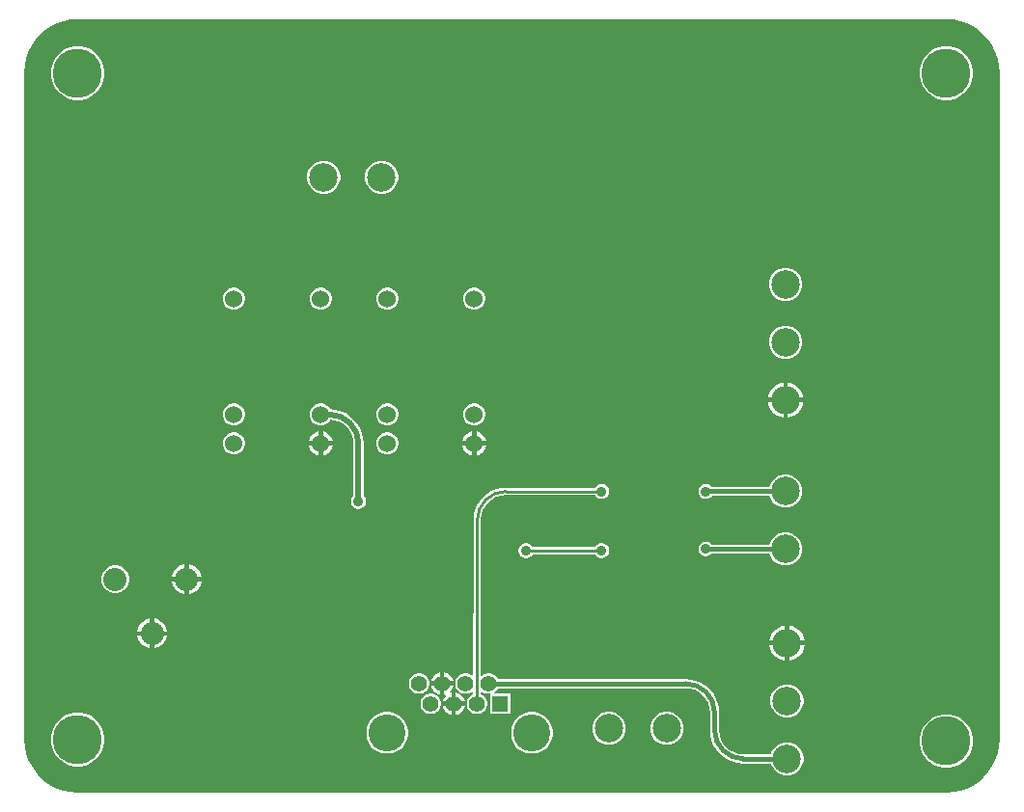
<source format=gbl>
G04*
G04 #@! TF.GenerationSoftware,Altium Limited,Altium Designer,23.7.1 (13)*
G04*
G04 Layer_Physical_Order=2*
G04 Layer_Color=16711680*
%FSLAX44Y44*%
%MOMM*%
G71*
G04*
G04 #@! TF.SameCoordinates,8069B4C8-0706-43A3-9A5C-337C007DADD0*
G04*
G04*
G04 #@! TF.FilePolarity,Positive*
G04*
G01*
G75*
%ADD11C,0.3810*%
%ADD13C,0.5080*%
%ADD30C,1.5240*%
%ADD31C,3.2500*%
%ADD32R,1.3900X1.3900*%
%ADD33C,1.3900*%
%ADD36C,0.2286*%
%ADD41C,2.0320*%
%ADD42C,2.5000*%
%ADD44C,0.9000*%
%ADD45C,4.3180*%
G36*
X927100Y682428D02*
Y682428D01*
X927137Y682463D01*
X933196Y682066D01*
X939188Y680874D01*
X944973Y678910D01*
X950452Y676208D01*
X955531Y672814D01*
X960124Y668786D01*
X964152Y664193D01*
X967546Y659113D01*
X970248Y653634D01*
X972212Y647850D01*
X973403Y641858D01*
X973794Y635902D01*
X973766Y635762D01*
Y50000D01*
X973794Y49859D01*
X973403Y43904D01*
X972212Y37912D01*
X970248Y32127D01*
X967546Y26648D01*
X964152Y21569D01*
X960124Y16976D01*
X955531Y12948D01*
X950452Y9554D01*
X944973Y6852D01*
X939188Y4888D01*
X933196Y3697D01*
X927240Y3306D01*
X927100Y3334D01*
X165100D01*
X165100Y3334D01*
Y3334D01*
X163849Y3379D01*
X159004Y3697D01*
X153012Y4888D01*
X147227Y6852D01*
X141749Y9554D01*
X136669Y12948D01*
X132076Y16976D01*
X128048Y21569D01*
X124654Y26648D01*
X121952Y32127D01*
X119988Y37912D01*
X118797Y43904D01*
X118409Y49815D01*
X118447Y50005D01*
Y635802D01*
X118411Y635981D01*
X118797Y641858D01*
X119988Y647850D01*
X121952Y653634D01*
X124654Y659113D01*
X128048Y664193D01*
X132076Y668786D01*
X136669Y672814D01*
X141749Y676208D01*
X147227Y678910D01*
X153012Y680874D01*
X159004Y682066D01*
X165063Y682463D01*
X165100Y682428D01*
Y682428D01*
X165291Y682466D01*
X926909D01*
X927100Y682428D01*
D02*
G37*
%LPC*%
G36*
X929423Y658686D02*
X924777D01*
X920219Y657779D01*
X915926Y656001D01*
X912062Y653420D01*
X908776Y650134D01*
X906195Y646270D01*
X904417Y641977D01*
X903510Y637419D01*
Y632773D01*
X904417Y628215D01*
X906195Y623922D01*
X908776Y620058D01*
X912062Y616772D01*
X915926Y614191D01*
X920219Y612413D01*
X924777Y611506D01*
X929423D01*
X933981Y612413D01*
X938274Y614191D01*
X942138Y616772D01*
X945424Y620058D01*
X948005Y623922D01*
X949783Y628215D01*
X950690Y632773D01*
Y637419D01*
X949783Y641977D01*
X948005Y646270D01*
X945424Y650134D01*
X942138Y653420D01*
X938274Y656001D01*
X933981Y657779D01*
X929423Y658686D01*
D02*
G37*
G36*
X167423Y658630D02*
X162777D01*
X158219Y657724D01*
X153926Y655945D01*
X150062Y653364D01*
X146776Y650078D01*
X144195Y646214D01*
X142417Y641921D01*
X141510Y637364D01*
Y632717D01*
X142417Y628159D01*
X144195Y623866D01*
X146776Y620002D01*
X150062Y616717D01*
X153926Y614135D01*
X158219Y612357D01*
X162777Y611450D01*
X167423D01*
X171981Y612357D01*
X176274Y614135D01*
X180138Y616717D01*
X183424Y620002D01*
X186005Y623866D01*
X187783Y628159D01*
X188690Y632717D01*
Y637364D01*
X187783Y641921D01*
X186005Y646214D01*
X183424Y650078D01*
X180138Y653364D01*
X176274Y655945D01*
X171981Y657724D01*
X167423Y658630D01*
D02*
G37*
G36*
X433709Y558060D02*
X429891D01*
X426203Y557072D01*
X422897Y555163D01*
X420197Y552463D01*
X418288Y549157D01*
X417300Y545469D01*
Y541651D01*
X418288Y537963D01*
X420197Y534657D01*
X422897Y531957D01*
X426203Y530048D01*
X429891Y529060D01*
X433709D01*
X437397Y530048D01*
X440703Y531957D01*
X443403Y534657D01*
X445312Y537963D01*
X446300Y541651D01*
Y545469D01*
X445312Y549157D01*
X443403Y552463D01*
X440703Y555163D01*
X437397Y557072D01*
X433709Y558060D01*
D02*
G37*
G36*
X382909D02*
X379091D01*
X375403Y557072D01*
X372097Y555163D01*
X369397Y552463D01*
X367488Y549157D01*
X366500Y545469D01*
Y541651D01*
X367488Y537963D01*
X369397Y534657D01*
X372097Y531957D01*
X375403Y530048D01*
X379091Y529060D01*
X382909D01*
X386597Y530048D01*
X389903Y531957D01*
X392603Y534657D01*
X394512Y537963D01*
X395500Y541651D01*
Y545469D01*
X394512Y549157D01*
X392603Y552463D01*
X389903Y555163D01*
X386597Y557072D01*
X382909Y558060D01*
D02*
G37*
G36*
X788039Y464080D02*
X784221D01*
X780533Y463092D01*
X777227Y461183D01*
X774527Y458483D01*
X772618Y455177D01*
X771630Y451489D01*
Y447671D01*
X772618Y443983D01*
X774527Y440677D01*
X777227Y437977D01*
X780533Y436068D01*
X784221Y435080D01*
X788039D01*
X791727Y436068D01*
X795033Y437977D01*
X797733Y440677D01*
X799642Y443983D01*
X800630Y447671D01*
Y451489D01*
X799642Y455177D01*
X797733Y458483D01*
X795033Y461183D01*
X791727Y463092D01*
X788039Y464080D01*
D02*
G37*
G36*
X514347Y446500D02*
X511814D01*
X509367Y445844D01*
X507173Y444578D01*
X505382Y442787D01*
X504116Y440593D01*
X503460Y438147D01*
Y435614D01*
X504116Y433167D01*
X505382Y430973D01*
X507173Y429182D01*
X509367Y427916D01*
X511814Y427260D01*
X514347D01*
X516793Y427916D01*
X518987Y429182D01*
X520778Y430973D01*
X522044Y433167D01*
X522700Y435614D01*
Y438147D01*
X522044Y440593D01*
X520778Y442787D01*
X518987Y444578D01*
X516793Y445844D01*
X514347Y446500D01*
D02*
G37*
G36*
X438147D02*
X435614D01*
X433167Y445844D01*
X430973Y444578D01*
X429182Y442787D01*
X427916Y440593D01*
X427260Y438147D01*
Y435614D01*
X427916Y433167D01*
X429182Y430973D01*
X430973Y429182D01*
X433167Y427916D01*
X435614Y427260D01*
X438147D01*
X440593Y427916D01*
X442787Y429182D01*
X444578Y430973D01*
X445844Y433167D01*
X446500Y435614D01*
Y438147D01*
X445844Y440593D01*
X444578Y442787D01*
X442787Y444578D01*
X440593Y445844D01*
X438147Y446500D01*
D02*
G37*
G36*
X379726D02*
X377193D01*
X374747Y445844D01*
X372553Y444578D01*
X370762Y442787D01*
X369496Y440593D01*
X368840Y438147D01*
Y435614D01*
X369496Y433167D01*
X370762Y430973D01*
X372553Y429182D01*
X374747Y427916D01*
X377193Y427260D01*
X379726D01*
X382173Y427916D01*
X384367Y429182D01*
X386158Y430973D01*
X387424Y433167D01*
X388080Y435614D01*
Y438147D01*
X387424Y440593D01*
X386158Y442787D01*
X384367Y444578D01*
X382173Y445844D01*
X379726Y446500D01*
D02*
G37*
G36*
X303526D02*
X300993D01*
X298547Y445844D01*
X296353Y444578D01*
X294562Y442787D01*
X293296Y440593D01*
X292640Y438147D01*
Y435614D01*
X293296Y433167D01*
X294562Y430973D01*
X296353Y429182D01*
X298547Y427916D01*
X300993Y427260D01*
X303526D01*
X305973Y427916D01*
X308167Y429182D01*
X309958Y430973D01*
X311224Y433167D01*
X311880Y435614D01*
Y438147D01*
X311224Y440593D01*
X309958Y442787D01*
X308167Y444578D01*
X305973Y445844D01*
X303526Y446500D01*
D02*
G37*
G36*
X788039Y413280D02*
X784221D01*
X780533Y412292D01*
X777227Y410383D01*
X774527Y407683D01*
X772618Y404377D01*
X771630Y400689D01*
Y396871D01*
X772618Y393183D01*
X774527Y389877D01*
X777227Y387177D01*
X780533Y385268D01*
X784221Y384280D01*
X788039D01*
X791727Y385268D01*
X795033Y387177D01*
X797733Y389877D01*
X799642Y393183D01*
X800630Y396871D01*
Y400689D01*
X799642Y404377D01*
X797733Y407683D01*
X795033Y410383D01*
X791727Y412292D01*
X788039Y413280D01*
D02*
G37*
G36*
X788130Y363386D02*
Y349980D01*
X801536D01*
X801034Y352501D01*
X799866Y355322D01*
X798170Y357861D01*
X796011Y360020D01*
X793472Y361716D01*
X790651Y362884D01*
X788130Y363386D01*
D02*
G37*
G36*
X784130Y363386D02*
X781609Y362884D01*
X778788Y361716D01*
X776249Y360020D01*
X774090Y357861D01*
X772394Y355322D01*
X771226Y352501D01*
X770724Y349980D01*
X784130D01*
Y363386D01*
D02*
G37*
G36*
Y345980D02*
X770724D01*
X771226Y343459D01*
X772394Y340638D01*
X774090Y338099D01*
X776249Y335940D01*
X778788Y334244D01*
X781609Y333076D01*
X784130Y332574D01*
Y345980D01*
D02*
G37*
G36*
X801536D02*
X788130D01*
Y332574D01*
X790651Y333076D01*
X793472Y334244D01*
X796011Y335940D01*
X798170Y338099D01*
X799866Y340638D01*
X801034Y343459D01*
X801536Y345980D01*
D02*
G37*
G36*
X514347Y344900D02*
X511814D01*
X509367Y344244D01*
X507173Y342978D01*
X505382Y341187D01*
X504116Y338993D01*
X503460Y336547D01*
Y334013D01*
X504116Y331567D01*
X505382Y329373D01*
X507173Y327582D01*
X509367Y326316D01*
X511814Y325660D01*
X514347D01*
X516793Y326316D01*
X518987Y327582D01*
X520778Y329373D01*
X522044Y331567D01*
X522700Y334013D01*
Y336547D01*
X522044Y338993D01*
X520778Y341187D01*
X518987Y342978D01*
X516793Y344244D01*
X514347Y344900D01*
D02*
G37*
G36*
X438147D02*
X435614D01*
X433167Y344244D01*
X430973Y342978D01*
X429182Y341187D01*
X427916Y338993D01*
X427260Y336547D01*
Y334013D01*
X427916Y331567D01*
X429182Y329373D01*
X430973Y327582D01*
X433167Y326316D01*
X435614Y325660D01*
X438147D01*
X440593Y326316D01*
X442787Y327582D01*
X444578Y329373D01*
X445844Y331567D01*
X446500Y334013D01*
Y336547D01*
X445844Y338993D01*
X444578Y341187D01*
X442787Y342978D01*
X440593Y344244D01*
X438147Y344900D01*
D02*
G37*
G36*
X303526D02*
X300993D01*
X298547Y344244D01*
X296353Y342978D01*
X294562Y341187D01*
X293296Y338993D01*
X292640Y336547D01*
Y334013D01*
X293296Y331567D01*
X294562Y329373D01*
X296353Y327582D01*
X298547Y326316D01*
X300993Y325660D01*
X303526D01*
X305973Y326316D01*
X308167Y327582D01*
X309958Y329373D01*
X311224Y331567D01*
X311880Y334013D01*
Y336547D01*
X311224Y338993D01*
X309958Y341187D01*
X308167Y342978D01*
X305973Y344244D01*
X303526Y344900D01*
D02*
G37*
G36*
X515080Y320339D02*
Y311880D01*
X523539D01*
X522976Y313979D01*
X521578Y316401D01*
X519601Y318378D01*
X517179Y319776D01*
X515080Y320339D01*
D02*
G37*
G36*
X380460D02*
Y311880D01*
X388919D01*
X388356Y313979D01*
X386958Y316401D01*
X384981Y318378D01*
X382559Y319776D01*
X380460Y320339D01*
D02*
G37*
G36*
X511080Y320339D02*
X508981Y319776D01*
X506559Y318378D01*
X504582Y316401D01*
X503184Y313979D01*
X502621Y311880D01*
X511080D01*
Y320339D01*
D02*
G37*
G36*
X376460D02*
X374361Y319776D01*
X371939Y318378D01*
X369962Y316401D01*
X368564Y313979D01*
X368001Y311880D01*
X376460D01*
Y320339D01*
D02*
G37*
G36*
X438147Y319500D02*
X435614D01*
X433167Y318844D01*
X430973Y317578D01*
X429182Y315787D01*
X427916Y313593D01*
X427260Y311147D01*
Y308613D01*
X427916Y306167D01*
X429182Y303973D01*
X430973Y302182D01*
X433167Y300916D01*
X435614Y300260D01*
X438147D01*
X440593Y300916D01*
X442787Y302182D01*
X444578Y303973D01*
X445844Y306167D01*
X446500Y308613D01*
Y311147D01*
X445844Y313593D01*
X444578Y315787D01*
X442787Y317578D01*
X440593Y318844D01*
X438147Y319500D01*
D02*
G37*
G36*
X303526D02*
X300993D01*
X298547Y318844D01*
X296353Y317578D01*
X294562Y315787D01*
X293296Y313593D01*
X292640Y311147D01*
Y308613D01*
X293296Y306167D01*
X294562Y303973D01*
X296353Y302182D01*
X298547Y300916D01*
X300993Y300260D01*
X303526D01*
X305973Y300916D01*
X308167Y302182D01*
X309958Y303973D01*
X311224Y306167D01*
X311880Y308613D01*
Y311147D01*
X311224Y313593D01*
X309958Y315787D01*
X308167Y317578D01*
X305973Y318844D01*
X303526Y319500D01*
D02*
G37*
G36*
X511080Y307880D02*
X502621D01*
X503184Y305781D01*
X504582Y303359D01*
X506559Y301382D01*
X508981Y299984D01*
X511080Y299421D01*
Y307880D01*
D02*
G37*
G36*
X376460D02*
X368001D01*
X368564Y305781D01*
X369962Y303359D01*
X371939Y301382D01*
X374361Y299984D01*
X376460Y299421D01*
Y307880D01*
D02*
G37*
G36*
X523539D02*
X515080D01*
Y299421D01*
X517179Y299984D01*
X519601Y301382D01*
X521578Y303359D01*
X522976Y305781D01*
X523539Y307880D01*
D02*
G37*
G36*
X388919D02*
X380460D01*
Y299421D01*
X382559Y299984D01*
X384981Y301382D01*
X386958Y303359D01*
X388356Y305781D01*
X388919Y307880D01*
D02*
G37*
G36*
X788039Y282470D02*
X784221D01*
X780533Y281482D01*
X777227Y279573D01*
X774527Y276873D01*
X772618Y273567D01*
X772164Y271871D01*
X721411D01*
X720271Y273011D01*
X718789Y273867D01*
X717136Y274310D01*
X715424D01*
X713771Y273867D01*
X712289Y273011D01*
X711079Y271801D01*
X710223Y270319D01*
X709780Y268666D01*
Y266954D01*
X710223Y265301D01*
X711079Y263819D01*
X712289Y262609D01*
X713771Y261753D01*
X715424Y261310D01*
X717136D01*
X718789Y261753D01*
X720271Y262609D01*
X721481Y263819D01*
X721533Y263909D01*
X772207D01*
X772618Y262373D01*
X774527Y259067D01*
X777227Y256367D01*
X780533Y254458D01*
X784221Y253470D01*
X788039D01*
X791727Y254458D01*
X795033Y256367D01*
X797733Y259067D01*
X799642Y262373D01*
X800630Y266061D01*
Y269879D01*
X799642Y273567D01*
X797733Y276873D01*
X795033Y279573D01*
X791727Y281482D01*
X788039Y282470D01*
D02*
G37*
G36*
X625696Y274310D02*
X623984D01*
X622331Y273867D01*
X620849Y273011D01*
X619639Y271801D01*
X619185Y271014D01*
X541018D01*
Y271041D01*
X536539Y270689D01*
X532171Y269640D01*
X528020Y267921D01*
X524189Y265573D01*
X520773Y262655D01*
X517855Y259239D01*
X515508Y255408D01*
X513788Y251257D01*
X512740Y246889D01*
X512387Y242410D01*
X512414D01*
Y214931D01*
X512209Y106373D01*
X511035Y105888D01*
X510701Y106222D01*
X508661Y107400D01*
X506384Y108010D01*
X504028D01*
X501751Y107400D01*
X499711Y106222D01*
X498044Y104555D01*
X496866Y102515D01*
X496256Y100238D01*
Y97882D01*
X496866Y95605D01*
X498044Y93565D01*
X499711Y91898D01*
X501751Y90720D01*
X504028Y90110D01*
X506384D01*
X508661Y90720D01*
X510701Y91898D01*
X511008Y92205D01*
X512181Y91718D01*
X512177Y89691D01*
X511911Y89620D01*
X509871Y88442D01*
X508204Y86775D01*
X507026Y84735D01*
X506416Y82458D01*
Y80102D01*
X507026Y77825D01*
X508204Y75785D01*
X509871Y74118D01*
X511911Y72940D01*
X514188Y72330D01*
X516544D01*
X518821Y72940D01*
X520861Y74118D01*
X522528Y75785D01*
X523706Y77825D01*
X524316Y80102D01*
Y82458D01*
X523706Y84735D01*
X522528Y86775D01*
X520861Y88442D01*
X518821Y89620D01*
X518586Y89683D01*
X518590Y91680D01*
X519764Y92165D01*
X520031Y91898D01*
X522071Y90720D01*
X524348Y90110D01*
X525932D01*
X526704Y90110D01*
X526736Y90086D01*
X526736Y89101D01*
Y72330D01*
X544636D01*
Y90230D01*
X530672D01*
X530332Y91500D01*
X531021Y91898D01*
X532688Y93565D01*
X533562Y95078D01*
X698500D01*
X698678Y95114D01*
X702689Y94719D01*
X706717Y93497D01*
X710429Y91513D01*
X713683Y88843D01*
X716353Y85589D01*
X718337Y81877D01*
X719559Y77849D01*
X719954Y73838D01*
X719919Y73660D01*
Y58420D01*
X719904D01*
X720266Y53822D01*
X721343Y49336D01*
X723108Y45075D01*
X725518Y41142D01*
X728514Y37634D01*
X732022Y34638D01*
X735955Y32228D01*
X740216Y30463D01*
X744702Y29386D01*
X749300Y29024D01*
Y29039D01*
X773455D01*
X773888Y27423D01*
X775797Y24117D01*
X778497Y21417D01*
X781803Y19508D01*
X785491Y18520D01*
X789309D01*
X792997Y19508D01*
X796303Y21417D01*
X799003Y24117D01*
X800912Y27423D01*
X801900Y31111D01*
Y34929D01*
X800912Y38617D01*
X799003Y41923D01*
X796303Y44623D01*
X792997Y46532D01*
X789309Y47520D01*
X785491D01*
X781803Y46532D01*
X778497Y44623D01*
X775797Y41923D01*
X773888Y38617D01*
X773455Y37002D01*
X749300D01*
X749122Y36966D01*
X745111Y37361D01*
X741083Y38583D01*
X737371Y40567D01*
X734117Y43237D01*
X731447Y46491D01*
X729463Y50203D01*
X728241Y54231D01*
X727846Y58242D01*
X727881Y58420D01*
Y73660D01*
X727896D01*
X727534Y78259D01*
X726457Y82744D01*
X724692Y87005D01*
X722282Y90938D01*
X719286Y94446D01*
X715778Y97442D01*
X711845Y99852D01*
X707584Y101617D01*
X703099Y102694D01*
X698500Y103056D01*
Y103041D01*
X533562D01*
X532688Y104555D01*
X531021Y106222D01*
X528981Y107400D01*
X526704Y108010D01*
X524348D01*
X522071Y107400D01*
X520031Y106222D01*
X519791Y105982D01*
X518618Y106469D01*
X518823Y214919D01*
X518822Y214922D01*
X518823Y214925D01*
Y242410D01*
X518795Y242550D01*
X519209Y246748D01*
X520474Y250920D01*
X522529Y254764D01*
X525294Y258134D01*
X528664Y260900D01*
X532509Y262954D01*
X536680Y264220D01*
X540878Y264633D01*
X541018Y264605D01*
X619185D01*
X619639Y263819D01*
X620849Y262609D01*
X622331Y261753D01*
X623984Y261310D01*
X625696D01*
X627349Y261753D01*
X628831Y262609D01*
X630041Y263819D01*
X630897Y265301D01*
X631340Y266954D01*
Y268666D01*
X630897Y270319D01*
X630041Y271801D01*
X628831Y273011D01*
X627349Y273867D01*
X625696Y274310D01*
D02*
G37*
G36*
X379726Y344900D02*
X377193D01*
X374747Y344244D01*
X372553Y342978D01*
X370762Y341187D01*
X369496Y338993D01*
X368840Y336547D01*
Y334013D01*
X369496Y331567D01*
X370762Y329373D01*
X372553Y327582D01*
X374747Y326316D01*
X377193Y325660D01*
X379726D01*
X382173Y326316D01*
X384367Y327582D01*
X386158Y329373D01*
X386886Y330634D01*
X390144Y330313D01*
X394053Y329128D01*
X397654Y327202D01*
X400811Y324611D01*
X403402Y321454D01*
X405327Y317853D01*
X406513Y313944D01*
X406893Y310089D01*
X406851Y309880D01*
Y263643D01*
X406279Y263071D01*
X405423Y261589D01*
X404980Y259936D01*
Y258224D01*
X405423Y256571D01*
X406279Y255089D01*
X407489Y253879D01*
X408971Y253023D01*
X410624Y252580D01*
X412336D01*
X413989Y253023D01*
X415471Y253879D01*
X416681Y255089D01*
X417537Y256571D01*
X417980Y258224D01*
Y259936D01*
X417537Y261589D01*
X416681Y263071D01*
X416109Y263643D01*
Y309880D01*
X416113D01*
X415743Y314578D01*
X414643Y319161D01*
X412839Y323515D01*
X410377Y327533D01*
X407316Y331116D01*
X403733Y334177D01*
X399715Y336639D01*
X395361Y338443D01*
X390778Y339543D01*
X386932Y339846D01*
X386158Y341187D01*
X384367Y342978D01*
X382173Y344244D01*
X379726Y344900D01*
D02*
G37*
G36*
X788039Y231670D02*
X784221D01*
X780533Y230682D01*
X777227Y228773D01*
X774527Y226073D01*
X772618Y222767D01*
X772185Y221152D01*
X721487D01*
X721481Y221161D01*
X720271Y222371D01*
X718789Y223227D01*
X717136Y223670D01*
X715424D01*
X713771Y223227D01*
X712289Y222371D01*
X711079Y221161D01*
X710223Y219679D01*
X709780Y218026D01*
Y216314D01*
X710223Y214661D01*
X711079Y213179D01*
X712289Y211969D01*
X713771Y211113D01*
X715424Y210670D01*
X717136D01*
X718789Y211113D01*
X720271Y211969D01*
X721481Y213179D01*
X721487Y213188D01*
X772185D01*
X772618Y211573D01*
X774527Y208267D01*
X777227Y205567D01*
X780533Y203658D01*
X784221Y202670D01*
X788039D01*
X791727Y203658D01*
X795033Y205567D01*
X797733Y208267D01*
X799642Y211573D01*
X800630Y215261D01*
Y219079D01*
X799642Y222767D01*
X797733Y226073D01*
X795033Y228773D01*
X791727Y230682D01*
X788039Y231670D01*
D02*
G37*
G36*
X625696Y222400D02*
X623984D01*
X622331Y221957D01*
X620849Y221101D01*
X619639Y219891D01*
X619177Y219091D01*
X563950Y218958D01*
X563504Y219731D01*
X562294Y220941D01*
X560812Y221797D01*
X559158Y222240D01*
X557447D01*
X555794Y221797D01*
X554312Y220941D01*
X553101Y219731D01*
X552246Y218249D01*
X551803Y216596D01*
Y214884D01*
X552246Y213231D01*
X553101Y211749D01*
X554312Y210539D01*
X555794Y209683D01*
X557447Y209240D01*
X559158D01*
X560812Y209683D01*
X562294Y210539D01*
X563504Y211749D01*
X563966Y212549D01*
X619193Y212682D01*
X619639Y211909D01*
X620849Y210699D01*
X622331Y209843D01*
X623984Y209400D01*
X625696D01*
X627349Y209843D01*
X628831Y210699D01*
X630041Y211909D01*
X630897Y213391D01*
X631340Y215044D01*
Y216756D01*
X630897Y218409D01*
X630041Y219891D01*
X628831Y221101D01*
X627349Y221957D01*
X625696Y222400D01*
D02*
G37*
G36*
X262617Y203588D02*
Y192500D01*
X273705D01*
X272880Y195580D01*
X271147Y198580D01*
X268697Y201031D01*
X265696Y202763D01*
X262617Y203588D01*
D02*
G37*
G36*
X258617Y203588D02*
X255537Y202763D01*
X252536Y201031D01*
X250086Y198580D01*
X248354Y195580D01*
X247528Y192500D01*
X258617D01*
Y203588D01*
D02*
G37*
G36*
X199721Y202660D02*
X196519D01*
X193426Y201831D01*
X190654Y200230D01*
X188390Y197966D01*
X186789Y195194D01*
X185960Y192101D01*
Y188899D01*
X186789Y185806D01*
X188390Y183034D01*
X190654Y180770D01*
X193426Y179169D01*
X196519Y178340D01*
X199721D01*
X202814Y179169D01*
X205586Y180770D01*
X207850Y183034D01*
X209451Y185806D01*
X210280Y188899D01*
Y192101D01*
X209451Y195194D01*
X207850Y197966D01*
X205586Y200230D01*
X202814Y201831D01*
X199721Y202660D01*
D02*
G37*
G36*
X273705Y188500D02*
X262617D01*
Y177412D01*
X265696Y178237D01*
X268697Y179969D01*
X271147Y182420D01*
X272880Y185420D01*
X273705Y188500D01*
D02*
G37*
G36*
X258617D02*
X247528D01*
X248354Y185420D01*
X250086Y182420D01*
X252536Y179969D01*
X255537Y178237D01*
X258617Y177412D01*
Y188500D01*
D02*
G37*
G36*
X232619Y156090D02*
Y145002D01*
X243708D01*
X242882Y148082D01*
X241150Y151082D01*
X238700Y153533D01*
X235699Y155265D01*
X232619Y156090D01*
D02*
G37*
G36*
X228619Y156090D02*
X225540Y155265D01*
X222539Y153533D01*
X220089Y151082D01*
X218356Y148082D01*
X217531Y145002D01*
X228619D01*
Y156090D01*
D02*
G37*
G36*
X789400Y150026D02*
Y136620D01*
X802806D01*
X802304Y139141D01*
X801136Y141962D01*
X799440Y144501D01*
X797281Y146660D01*
X794742Y148356D01*
X791921Y149524D01*
X789400Y150026D01*
D02*
G37*
G36*
X785400Y150026D02*
X782879Y149524D01*
X780058Y148356D01*
X777519Y146660D01*
X775360Y144501D01*
X773664Y141962D01*
X772496Y139141D01*
X771994Y136620D01*
X785400D01*
Y150026D01*
D02*
G37*
G36*
X243708Y141002D02*
X232619D01*
Y129914D01*
X235699Y130739D01*
X238700Y132471D01*
X241150Y134922D01*
X242882Y137922D01*
X243708Y141002D01*
D02*
G37*
G36*
X228619D02*
X217531D01*
X218356Y137922D01*
X220089Y134922D01*
X222539Y132471D01*
X225540Y130739D01*
X228619Y129914D01*
Y141002D01*
D02*
G37*
G36*
X785400Y132620D02*
X771994D01*
X772496Y130099D01*
X773664Y127278D01*
X775360Y124739D01*
X777519Y122580D01*
X780058Y120884D01*
X782879Y119716D01*
X785400Y119214D01*
Y132620D01*
D02*
G37*
G36*
X802806D02*
X789400D01*
Y119214D01*
X791921Y119716D01*
X794742Y120884D01*
X797281Y122580D01*
X799440Y124739D01*
X801136Y127278D01*
X802304Y130099D01*
X802806Y132620D01*
D02*
G37*
G36*
X486886Y108825D02*
Y101060D01*
X494651D01*
X494158Y102901D01*
X492848Y105169D01*
X490995Y107022D01*
X488727Y108332D01*
X486886Y108825D01*
D02*
G37*
G36*
X482886D02*
X481045Y108332D01*
X478777Y107022D01*
X476924Y105169D01*
X475614Y102901D01*
X475121Y101060D01*
X482886D01*
Y108825D01*
D02*
G37*
G36*
X465744Y108010D02*
X463388D01*
X461111Y107400D01*
X459071Y106222D01*
X457404Y104555D01*
X456226Y102515D01*
X455616Y100238D01*
Y97882D01*
X456226Y95605D01*
X457404Y93565D01*
X459071Y91898D01*
X461111Y90720D01*
X463388Y90110D01*
X465744D01*
X468021Y90720D01*
X470061Y91898D01*
X471728Y93565D01*
X472906Y95605D01*
X473516Y97882D01*
Y100238D01*
X472906Y102515D01*
X471728Y104555D01*
X470061Y106222D01*
X468021Y107400D01*
X465744Y108010D01*
D02*
G37*
G36*
X482886Y97060D02*
X475121D01*
X475614Y95219D01*
X476924Y92951D01*
X478777Y91098D01*
X481045Y89788D01*
X482886Y89295D01*
Y97060D01*
D02*
G37*
G36*
X497046Y91045D02*
Y83280D01*
X504811D01*
X504318Y85121D01*
X503008Y87389D01*
X501155Y89242D01*
X498887Y90552D01*
X497046Y91045D01*
D02*
G37*
G36*
X494651Y97060D02*
X486886D01*
Y89295D01*
X487306Y89407D01*
X487963Y88269D01*
X487084Y87389D01*
X485774Y85121D01*
X485281Y83280D01*
X493046D01*
Y91045D01*
X492626Y90933D01*
X491969Y92071D01*
X492848Y92951D01*
X494158Y95219D01*
X494651Y97060D01*
D02*
G37*
G36*
X475904Y90230D02*
X473548D01*
X471271Y89620D01*
X469231Y88442D01*
X467564Y86775D01*
X466386Y84735D01*
X465776Y82458D01*
Y80102D01*
X466386Y77825D01*
X467564Y75785D01*
X469231Y74118D01*
X471271Y72940D01*
X473548Y72330D01*
X475904D01*
X478181Y72940D01*
X480221Y74118D01*
X481888Y75785D01*
X483066Y77825D01*
X483676Y80102D01*
Y82458D01*
X483066Y84735D01*
X481888Y86775D01*
X480221Y88442D01*
X478181Y89620D01*
X475904Y90230D01*
D02*
G37*
G36*
X504811Y79280D02*
X497046D01*
Y71515D01*
X498887Y72008D01*
X501155Y73318D01*
X503008Y75171D01*
X504318Y77439D01*
X504811Y79280D01*
D02*
G37*
G36*
X493046D02*
X485281D01*
X485774Y77439D01*
X487084Y75171D01*
X488937Y73318D01*
X491205Y72008D01*
X493046Y71515D01*
Y79280D01*
D02*
G37*
G36*
X789309Y98320D02*
X785491D01*
X781803Y97332D01*
X778497Y95423D01*
X775797Y92723D01*
X773888Y89417D01*
X772900Y85729D01*
Y81911D01*
X773888Y78223D01*
X775797Y74917D01*
X778497Y72217D01*
X781803Y70308D01*
X785491Y69320D01*
X789309D01*
X792997Y70308D01*
X796303Y72217D01*
X799003Y74917D01*
X800912Y78223D01*
X801900Y81911D01*
Y85729D01*
X800912Y89417D01*
X799003Y92723D01*
X796303Y95423D01*
X792997Y97332D01*
X789309Y98320D01*
D02*
G37*
G36*
X683899Y74190D02*
X680081D01*
X676393Y73202D01*
X673087Y71293D01*
X670387Y68593D01*
X668478Y65287D01*
X667490Y61599D01*
Y57781D01*
X668478Y54093D01*
X670387Y50787D01*
X673087Y48087D01*
X676393Y46178D01*
X680081Y45190D01*
X683899D01*
X687587Y46178D01*
X690893Y48087D01*
X693593Y50787D01*
X695502Y54093D01*
X696490Y57781D01*
Y61599D01*
X695502Y65287D01*
X693593Y68593D01*
X690893Y71293D01*
X687587Y73202D01*
X683899Y74190D01*
D02*
G37*
G36*
X633099D02*
X629281D01*
X625593Y73202D01*
X622287Y71293D01*
X619587Y68593D01*
X617678Y65287D01*
X616690Y61599D01*
Y57781D01*
X617678Y54093D01*
X619587Y50787D01*
X622287Y48087D01*
X625593Y46178D01*
X629281Y45190D01*
X633099D01*
X636787Y46178D01*
X640093Y48087D01*
X642793Y50787D01*
X644702Y54093D01*
X645690Y57781D01*
Y61599D01*
X644702Y65287D01*
X642793Y68593D01*
X640093Y71293D01*
X636787Y73202D01*
X633099Y74190D01*
D02*
G37*
G36*
X565424Y74130D02*
X561828D01*
X558303Y73429D01*
X554981Y72053D01*
X551992Y70056D01*
X549450Y67514D01*
X547453Y64525D01*
X546077Y61203D01*
X545376Y57677D01*
Y54082D01*
X546077Y50557D01*
X547453Y47235D01*
X549450Y44246D01*
X551992Y41704D01*
X554981Y39707D01*
X558303Y38331D01*
X561828Y37630D01*
X565424D01*
X568949Y38331D01*
X572271Y39707D01*
X575260Y41704D01*
X577802Y44246D01*
X579799Y47235D01*
X581175Y50557D01*
X581876Y54082D01*
Y57677D01*
X581175Y61203D01*
X579799Y64525D01*
X577802Y67514D01*
X575260Y70056D01*
X572271Y72053D01*
X568949Y73429D01*
X565424Y74130D01*
D02*
G37*
G36*
X438424D02*
X434828D01*
X431303Y73429D01*
X427981Y72053D01*
X424992Y70056D01*
X422450Y67514D01*
X420453Y64525D01*
X419077Y61203D01*
X418376Y57677D01*
Y54082D01*
X419077Y50557D01*
X420453Y47235D01*
X422450Y44246D01*
X424992Y41704D01*
X427981Y39707D01*
X431303Y38331D01*
X434828Y37630D01*
X438424D01*
X441949Y38331D01*
X445271Y39707D01*
X448260Y41704D01*
X450802Y44246D01*
X452799Y47235D01*
X454175Y50557D01*
X454876Y54082D01*
Y57677D01*
X454175Y61203D01*
X452799Y64525D01*
X450802Y67514D01*
X448260Y70056D01*
X445271Y72053D01*
X441949Y73429D01*
X438424Y74130D01*
D02*
G37*
G36*
X167423Y73590D02*
X162777D01*
X158219Y72683D01*
X153926Y70905D01*
X150062Y68324D01*
X146776Y65038D01*
X144195Y61174D01*
X142417Y56881D01*
X141510Y52323D01*
Y47677D01*
X142417Y43119D01*
X144195Y38826D01*
X146776Y34962D01*
X150062Y31676D01*
X153926Y29095D01*
X158219Y27317D01*
X162777Y26410D01*
X167423D01*
X171981Y27317D01*
X176274Y29095D01*
X180138Y31676D01*
X183424Y34962D01*
X186005Y38826D01*
X187783Y43119D01*
X188690Y47677D01*
Y52323D01*
X187783Y56881D01*
X186005Y61174D01*
X183424Y65038D01*
X180138Y68324D01*
X176274Y70905D01*
X171981Y72683D01*
X167423Y73590D01*
D02*
G37*
G36*
X929423Y72165D02*
X924777D01*
X920219Y71259D01*
X915926Y69480D01*
X912062Y66899D01*
X908776Y63613D01*
X906195Y59749D01*
X904417Y55456D01*
X903510Y50898D01*
Y46252D01*
X904417Y41694D01*
X906195Y37401D01*
X908776Y33537D01*
X912062Y30252D01*
X915926Y27670D01*
X920219Y25892D01*
X924777Y24985D01*
X929423D01*
X933981Y25892D01*
X938274Y27670D01*
X942138Y30252D01*
X945424Y33537D01*
X948005Y37401D01*
X949783Y41694D01*
X950690Y46252D01*
Y50898D01*
X949783Y55456D01*
X948005Y59749D01*
X945424Y63613D01*
X942138Y66899D01*
X938274Y69480D01*
X933981Y71259D01*
X929423Y72165D01*
D02*
G37*
%LPD*%
D11*
X723900Y58420D02*
G03*
X749300Y33020I25400J0D01*
G01*
X723900Y73660D02*
G03*
X698500Y99060I-25400J0D01*
G01*
X525526D02*
X698500D01*
X749300Y33020D02*
X787400D01*
X723900Y58420D02*
Y73660D01*
X786050Y267890D02*
X786130Y267970D01*
X716360Y267890D02*
X786050D01*
X716280Y267810D02*
X716360Y267890D01*
X716280Y217170D02*
X786130D01*
D13*
X411480Y309880D02*
G03*
X386080Y335280I-25400J0D01*
G01*
X378460D02*
X386080D01*
X411480Y259080D02*
Y309880D01*
D30*
X436880D02*
D03*
Y335280D02*
D03*
Y436880D02*
D03*
X513080Y309880D02*
D03*
Y335280D02*
D03*
Y436880D02*
D03*
X302260Y309880D02*
D03*
Y335280D02*
D03*
Y436880D02*
D03*
X378460Y309880D02*
D03*
Y335280D02*
D03*
Y436880D02*
D03*
D31*
X436626Y55880D02*
D03*
X563626D02*
D03*
D32*
X535686Y81280D02*
D03*
D33*
X525526Y99060D02*
D03*
X515366Y81280D02*
D03*
X505206Y99060D02*
D03*
X495046Y81280D02*
D03*
X484886Y99060D02*
D03*
X474726Y81280D02*
D03*
X464566Y99060D02*
D03*
D36*
X541018Y267810D02*
G03*
X515619Y242410I0J-25400D01*
G01*
X541018Y267810D02*
X624840D01*
X515619Y214925D02*
Y242410D01*
X515366Y81280D02*
X515619Y214925D01*
X558303Y215740D02*
X624840Y215900D01*
D41*
X230619Y143002D02*
D03*
X198120Y190500D02*
D03*
X260617Y190500D02*
D03*
D42*
X381000Y543560D02*
D03*
X431800D02*
D03*
X786130Y449580D02*
D03*
Y398780D02*
D03*
Y347980D02*
D03*
Y267970D02*
D03*
Y217170D02*
D03*
X787400Y134620D02*
D03*
Y83820D02*
D03*
Y33020D02*
D03*
X681990Y59690D02*
D03*
X631190D02*
D03*
D44*
X436626Y268666D02*
D03*
X657860Y515620D02*
D03*
X215900D02*
D03*
X505206Y268666D02*
D03*
X624840Y267810D02*
D03*
Y215900D02*
D03*
X558303Y215740D02*
D03*
X716280Y267810D02*
D03*
Y217170D02*
D03*
X411480Y259080D02*
D03*
D45*
X927100Y48575D02*
D03*
X165100Y50000D02*
D03*
X927100Y635096D02*
D03*
X165100Y635040D02*
D03*
M02*

</source>
